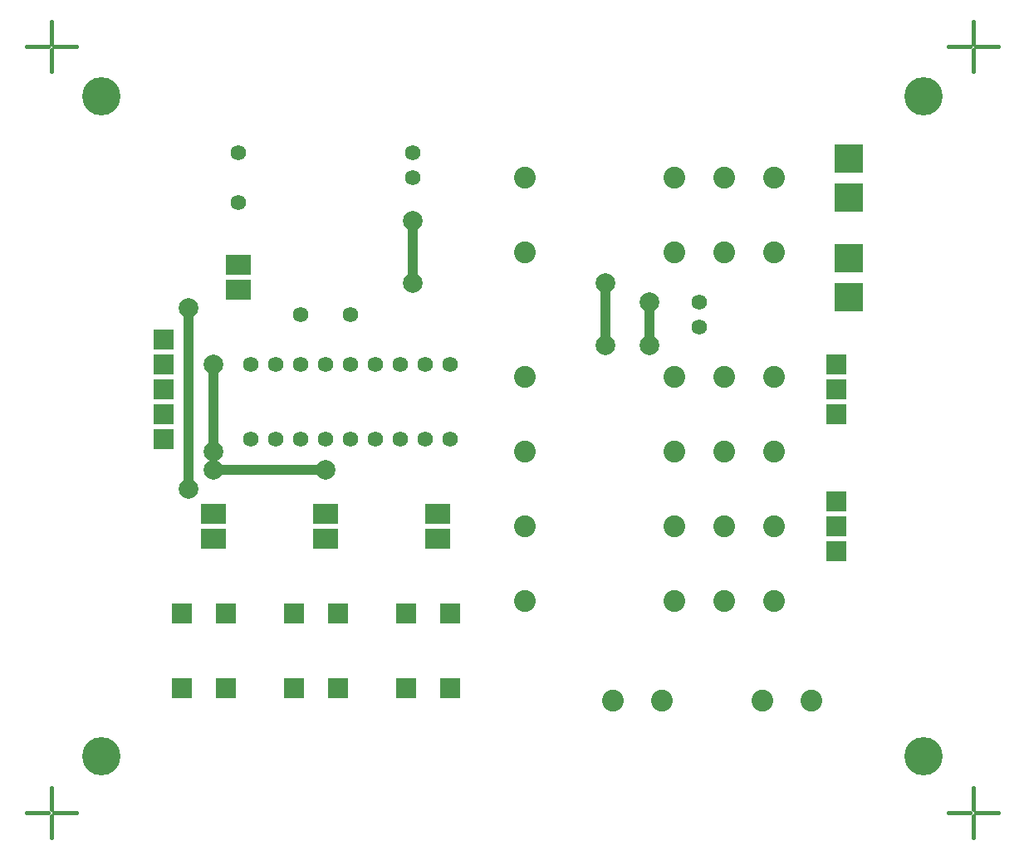
<source format=gbr>
G04                                                                  *
G04 SOURCE        : LAYO1 PCB.EXE VERSION 10                         *
G04 FORMAT        : GERBER RS-274X, Inch, 2.4, Leading Zero          *
G04 TITLE         : CNC3018SWITCHER_SIGNAL TOP                       *
G04 TIME          : Thursday, May 11, 2023  21:45:24                 *
G04                                                                  *
G04 Board width   : 120.000 mm. =  4.7244 inch                       *
G04 Board height  : 100.000 mm. =  3.9370 inch                       *
G04 Board offset  :   0.000 mm. =  0.0000 inch                       *
G04 Board offset  :   0.000 mm. =  0.0000 inch                       *
G04                                                                  *
G04 Apertures:                                                       *
G04       Type          X       Y             X       Y        Used  *
G04                      Inches                Metric                *
G04 D10   Round       0.1535  0.1535        3.900   3.900         4  *
G04 D11   Round       0.0787  0.0787        2.000   2.000        12  *
G04 D12   Draw        0.0394  0.0394        1.000   1.000        12  *
G04 D13   Round       0.0622  0.0622        1.580   1.580        26  *
G04 D14   Rectangle   0.0787  0.0984        2.000   2.500         8  *
G04 D15   Square      0.1181  0.1181        3.000   3.000         4  *
G04 D16   Round       0.0874  0.0874        2.220   2.220        28  *
G04 D17   Rectangle   0.0787  0.0787        2.000   2.000        11  *
G04 D18   Square      0.0787  0.0787        2.000   2.000        12  *
G04 D19   Draw        0.0157  0.0157        0.400   0.400        32  *
G04                                                                  *
%FSLAX24Y24*
MOIN*
SFA1.0B1.0*%
%ADD10C,0.1535*%
%ADD11C,0.0787*%
%ADD12C,0.0394*%
%ADD13C,0.0622*%
%ADD14R,0.0984X0.0787*%
%ADD15R,0.1181X0.1181*%
%ADD16C,0.0874*%
%ADD17R,0.0787X0.0787*%
%ADD18R,0.0787X0.0787*%
%ADD19C,0.0157*%
%LNSIGNAL TOP*%
G54D10*
X007000Y033370D03*
X007000Y006870D03*
X040000Y006870D03*
X040000Y033370D03*
G54D11*
X029000Y025120D03*
X029000Y023370D03*
X019500Y028370D03*
X019500Y025870D03*
X010500Y024870D03*
X010500Y017620D03*
X016000Y018370D03*
X011500Y018370D03*
X011500Y019120D03*
X011500Y022620D03*
X027250Y025870D03*
X027250Y023370D03*
G54D12*
X029000Y025120D02*
X029000Y023370D01*
X019500Y028370D02*
X019500Y025870D01*
X010500Y024870D02*
X010500Y017620D01*
X016000Y018370D02*
X011500Y018370D01*
X011500Y019120D02*
X011500Y022620D01*
X027250Y023370D02*
X027250Y025870D01*
G54D13*
X012500Y029120D03*
X012500Y031120D03*
X019500Y030120D03*
X019500Y031120D03*
X031000Y024120D03*
X031000Y025120D03*
X013000Y019620D03*
X014000Y019620D03*
X015000Y019620D03*
X016000Y019620D03*
X017000Y019620D03*
X018000Y019620D03*
X019000Y019620D03*
X020000Y019620D03*
X021000Y019620D03*
X021000Y022620D03*
X020000Y022620D03*
X019000Y022620D03*
X018000Y022620D03*
X017000Y022620D03*
X016000Y022620D03*
X015000Y022620D03*
X014000Y022620D03*
X013000Y022620D03*
X017000Y024620D03*
X015000Y024620D03*
G54D14*
X012500Y026620D03*
X012500Y025620D03*
X011500Y015620D03*
X011500Y016620D03*
X016000Y015620D03*
X016000Y016620D03*
X020500Y015620D03*
X020500Y016620D03*
G54D15*
X037000Y030870D03*
X037000Y029308D03*
X037000Y026870D03*
X037000Y025308D03*
G54D16*
X035500Y009120D03*
X033531Y009120D03*
X029500Y009120D03*
X027531Y009120D03*
X024000Y027120D03*
X024000Y030120D03*
X032000Y027120D03*
X030000Y027120D03*
X034000Y027120D03*
X032000Y030120D03*
X030000Y030120D03*
X034000Y030120D03*
X024000Y013120D03*
X024000Y016120D03*
X032000Y013120D03*
X030000Y013120D03*
X034000Y013120D03*
X032000Y016120D03*
X030000Y016120D03*
X034000Y016120D03*
X024000Y019120D03*
X024000Y022120D03*
X032000Y019120D03*
X030000Y019120D03*
X034000Y019120D03*
X032000Y022120D03*
X030000Y022120D03*
X034000Y022120D03*
G54D17*
X036500Y020620D03*
X036500Y021620D03*
X036500Y022620D03*
X036500Y015120D03*
X036500Y016120D03*
X036500Y017120D03*
X009500Y019620D03*
X009500Y020620D03*
X009500Y021620D03*
X009500Y022620D03*
X009500Y023620D03*
G54D18*
X012000Y012620D03*
X012000Y009620D03*
X010250Y009620D03*
X010250Y012620D03*
X016500Y012620D03*
X016500Y009620D03*
X014750Y009620D03*
X014750Y012620D03*
X021000Y012620D03*
X021000Y009620D03*
X019250Y009620D03*
X019250Y012620D03*
G54D19*
X004875Y035370D02*
X004000Y035370D01*
X005000Y035245D02*
X005000Y034370D01*
X005125Y035370D02*
X006000Y035370D01*
X005000Y035495D02*
X005000Y036370D01*
X041875Y035370D02*
X041000Y035370D01*
X042000Y035245D02*
X042000Y034370D01*
X042125Y035370D02*
X043000Y035370D01*
X042000Y035495D02*
X042000Y036370D01*
X041875Y004620D02*
X041000Y004620D01*
X042000Y004495D02*
X042000Y003620D01*
X042125Y004620D02*
X043000Y004620D01*
X042000Y004745D02*
X042000Y005620D01*
X004875Y004620D02*
X004000Y004620D01*
X005000Y004495D02*
X005000Y003620D01*
X005125Y004620D02*
X006000Y004620D01*
X005000Y004745D02*
X005000Y005620D01*
M02*

</source>
